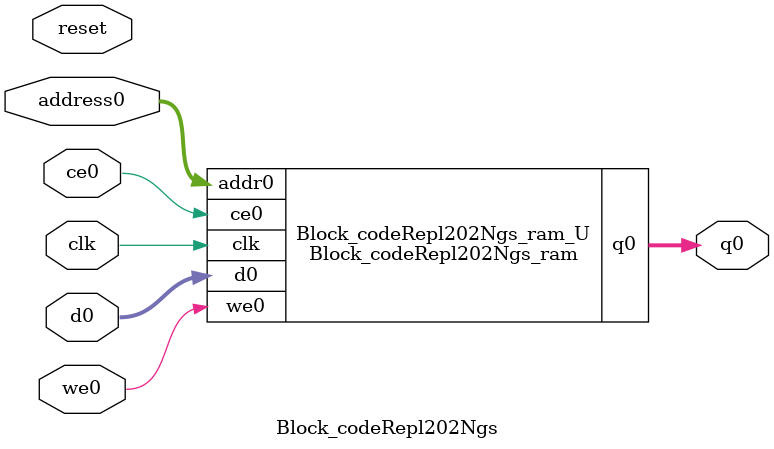
<source format=v>
`timescale 1 ns / 1 ps
module Block_codeRepl202Ngs_ram (addr0, ce0, d0, we0, q0,  clk);

parameter DWIDTH = 6;
parameter AWIDTH = 7;
parameter MEM_SIZE = 82;

input[AWIDTH-1:0] addr0;
input ce0;
input[DWIDTH-1:0] d0;
input we0;
output reg[DWIDTH-1:0] q0;
input clk;

(* ram_style = "distributed" *)reg [DWIDTH-1:0] ram[0:MEM_SIZE-1];




always @(posedge clk)  
begin 
    if (ce0) begin
        if (we0) 
            ram[addr0] <= d0; 
        q0 <= ram[addr0];
    end
end


endmodule

`timescale 1 ns / 1 ps
module Block_codeRepl202Ngs(
    reset,
    clk,
    address0,
    ce0,
    we0,
    d0,
    q0);

parameter DataWidth = 32'd6;
parameter AddressRange = 32'd82;
parameter AddressWidth = 32'd7;
input reset;
input clk;
input[AddressWidth - 1:0] address0;
input ce0;
input we0;
input[DataWidth - 1:0] d0;
output[DataWidth - 1:0] q0;



Block_codeRepl202Ngs_ram Block_codeRepl202Ngs_ram_U(
    .clk( clk ),
    .addr0( address0 ),
    .ce0( ce0 ),
    .we0( we0 ),
    .d0( d0 ),
    .q0( q0 ));

endmodule


</source>
